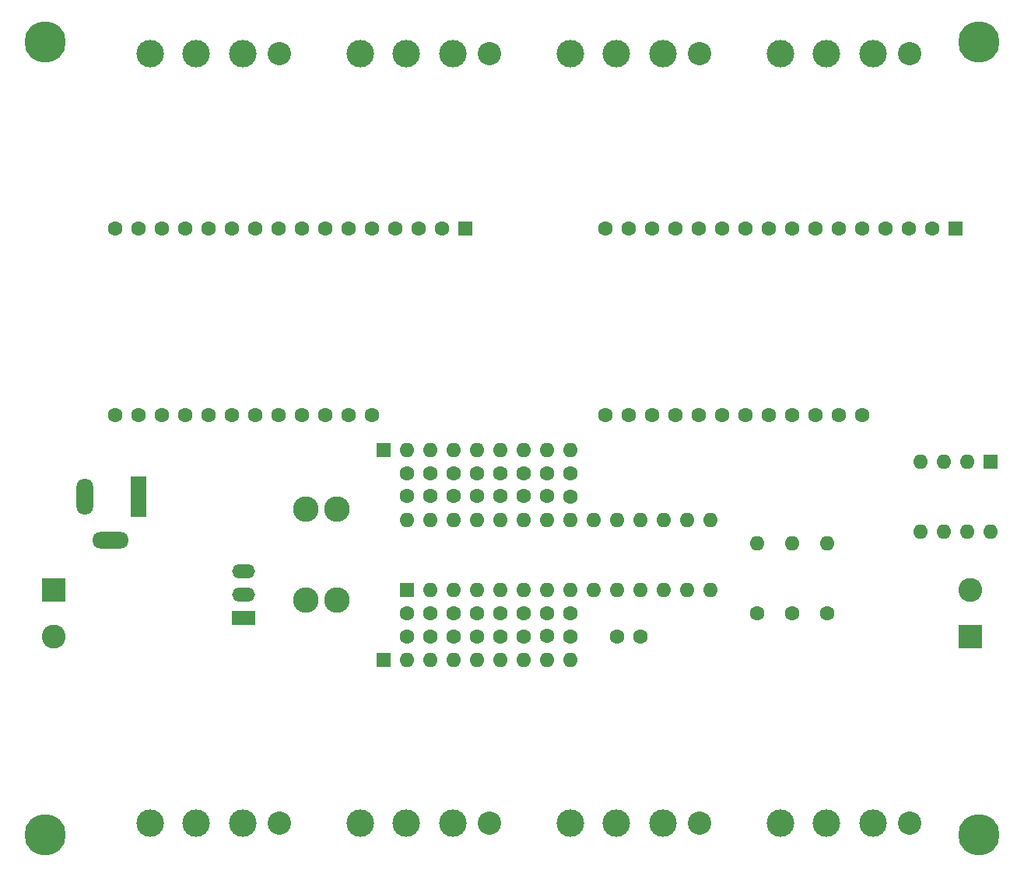
<source format=gbs>
G04 #@! TF.GenerationSoftware,KiCad,Pcbnew,7.0.9*
G04 #@! TF.CreationDate,2023-12-25T12:39:07-05:00*
G04 #@! TF.ProjectId,track_sensor_board,74726163-6b5f-4736-956e-736f725f626f,rev?*
G04 #@! TF.SameCoordinates,Original*
G04 #@! TF.FileFunction,Soldermask,Bot*
G04 #@! TF.FilePolarity,Negative*
%FSLAX46Y46*%
G04 Gerber Fmt 4.6, Leading zero omitted, Abs format (unit mm)*
G04 Created by KiCad (PCBNEW 7.0.9) date 2023-12-25 12:39:07*
%MOMM*%
%LPD*%
G01*
G04 APERTURE LIST*
%ADD10C,2.540000*%
%ADD11C,3.000000*%
%ADD12C,1.600000*%
%ADD13C,2.780000*%
%ADD14C,4.500000*%
%ADD15R,1.600000X1.600000*%
%ADD16O,1.600000X1.600000*%
%ADD17R,2.600000X2.600000*%
%ADD18C,2.600000*%
%ADD19R,2.500000X1.500000*%
%ADD20O,2.500000X1.500000*%
%ADD21R,1.800000X4.400000*%
%ADD22O,1.800000X4.000000*%
%ADD23O,4.000000X1.800000*%
G04 APERTURE END LIST*
D10*
X190598400Y-54610000D03*
D11*
X186588400Y-54610000D03*
X181559200Y-54610000D03*
X176530000Y-54610000D03*
D12*
X143510000Y-115610000D03*
X143510000Y-118110000D03*
X148590000Y-115610000D03*
X148590000Y-118110000D03*
D13*
X128270000Y-104260000D03*
X124870000Y-104260000D03*
X128270000Y-114180000D03*
X124870000Y-114180000D03*
D14*
X96520000Y-139700000D03*
D15*
X135890000Y-113030000D03*
D16*
X138430000Y-113030000D03*
X140970000Y-113030000D03*
X143510000Y-113030000D03*
X146050000Y-113030000D03*
X148590000Y-113030000D03*
X151130000Y-113030000D03*
X153670000Y-113030000D03*
X156210000Y-113030000D03*
X158750000Y-113030000D03*
X161290000Y-113030000D03*
X163830000Y-113030000D03*
X166370000Y-113030000D03*
X168910000Y-113030000D03*
X168910000Y-105410000D03*
X166370000Y-105410000D03*
X163830000Y-105410000D03*
X161290000Y-105410000D03*
X158750000Y-105410000D03*
X156210000Y-105410000D03*
X153670000Y-105410000D03*
X151130000Y-105410000D03*
X148590000Y-105410000D03*
X146050000Y-105410000D03*
X143510000Y-105410000D03*
X140970000Y-105410000D03*
X138430000Y-105410000D03*
X135890000Y-105410000D03*
D17*
X97485000Y-113030000D03*
D18*
X97485000Y-118110000D03*
D10*
X190598400Y-138430000D03*
D11*
X186588400Y-138430000D03*
X181559200Y-138430000D03*
X176530000Y-138430000D03*
D12*
X146050000Y-102830000D03*
X146050000Y-100330000D03*
D14*
X198120000Y-53340000D03*
D12*
X143510000Y-102830000D03*
X143510000Y-100330000D03*
D15*
X195580000Y-73660000D03*
D12*
X193040000Y-73660000D03*
X190500000Y-73660000D03*
X187960000Y-73660000D03*
X185420000Y-73660000D03*
X182880000Y-73660000D03*
X180340000Y-73660000D03*
X177800000Y-73660000D03*
X175260000Y-73660000D03*
X172720000Y-73660000D03*
X170180000Y-73660000D03*
X167640000Y-73660000D03*
X165100000Y-73660000D03*
X162560000Y-73660000D03*
X160020000Y-73660000D03*
X157480000Y-73660000D03*
X157480000Y-93980000D03*
X160020000Y-93980000D03*
X162560000Y-93980000D03*
X165100000Y-93980000D03*
X167640000Y-93980000D03*
X170180000Y-93980000D03*
X172720000Y-93980000D03*
X175260000Y-93980000D03*
X177800000Y-93980000D03*
X180340000Y-93980000D03*
X182880000Y-93980000D03*
X185420000Y-93980000D03*
X146050000Y-115610000D03*
X146050000Y-118110000D03*
X181610000Y-115570000D03*
D16*
X181610000Y-107950000D03*
D10*
X122018400Y-54610000D03*
D11*
X118008400Y-54610000D03*
X112979200Y-54610000D03*
X107950000Y-54610000D03*
D15*
X199380000Y-99102500D03*
D16*
X196840000Y-99102500D03*
X194300000Y-99102500D03*
X191760000Y-99102500D03*
X191760000Y-106722500D03*
X194300000Y-106722500D03*
X196840000Y-106722500D03*
X199380000Y-106722500D03*
D10*
X144878400Y-54610000D03*
D11*
X140868400Y-54610000D03*
X135839200Y-54610000D03*
X130810000Y-54610000D03*
D15*
X133350000Y-97790000D03*
D16*
X135890000Y-97790000D03*
X138430000Y-97790000D03*
X140970000Y-97790000D03*
X143510000Y-97790000D03*
X146050000Y-97790000D03*
X148590000Y-97790000D03*
X151130000Y-97790000D03*
X153670000Y-97790000D03*
D12*
X151130000Y-102830000D03*
X151130000Y-100330000D03*
D10*
X167738400Y-138430000D03*
D11*
X163728400Y-138430000D03*
X158699200Y-138430000D03*
X153670000Y-138430000D03*
D14*
X96520000Y-53340000D03*
D10*
X167738400Y-54610000D03*
D11*
X163728400Y-54610000D03*
X158699200Y-54610000D03*
X153670000Y-54610000D03*
D12*
X140970000Y-115610000D03*
X140970000Y-118110000D03*
X138430000Y-102830000D03*
X138430000Y-100330000D03*
X140970000Y-102830000D03*
X140970000Y-100330000D03*
X153670000Y-102870000D03*
X153670000Y-100370000D03*
D19*
X118110000Y-116133728D03*
D20*
X118110000Y-113593728D03*
X118110000Y-111053728D03*
D14*
X198120000Y-139700000D03*
D17*
X197155000Y-118109999D03*
D18*
X197155000Y-113029999D03*
D21*
X106680000Y-102870000D03*
D22*
X100880000Y-102870000D03*
D23*
X103680000Y-107670000D03*
D12*
X135890000Y-102830000D03*
X135890000Y-100330000D03*
X173990000Y-115570000D03*
D16*
X173990000Y-107950000D03*
D12*
X135890000Y-115610000D03*
X135890000Y-118110000D03*
D15*
X133350000Y-120650000D03*
D16*
X135890000Y-120650000D03*
X138430000Y-120650000D03*
X140970000Y-120650000D03*
X143510000Y-120650000D03*
X146050000Y-120650000D03*
X148590000Y-120650000D03*
X151130000Y-120650000D03*
X153670000Y-120650000D03*
D10*
X144878400Y-138430000D03*
D11*
X140868400Y-138430000D03*
X135839200Y-138430000D03*
X130810000Y-138430000D03*
D12*
X151130000Y-115570000D03*
X151130000Y-118070000D03*
D10*
X122018400Y-138430000D03*
D11*
X118008400Y-138430000D03*
X112979200Y-138430000D03*
X107950000Y-138430000D03*
D15*
X142240000Y-73660000D03*
D12*
X139700000Y-73660000D03*
X137160000Y-73660000D03*
X134620000Y-73660000D03*
X132080000Y-73660000D03*
X129540000Y-73660000D03*
X127000000Y-73660000D03*
X124460000Y-73660000D03*
X121920000Y-73660000D03*
X119380000Y-73660000D03*
X116840000Y-73660000D03*
X114300000Y-73660000D03*
X111760000Y-73660000D03*
X109220000Y-73660000D03*
X106680000Y-73660000D03*
X104140000Y-73660000D03*
X104140000Y-93980000D03*
X106680000Y-93980000D03*
X109220000Y-93980000D03*
X111760000Y-93980000D03*
X114300000Y-93980000D03*
X116840000Y-93980000D03*
X119380000Y-93980000D03*
X121920000Y-93980000D03*
X124460000Y-93980000D03*
X127000000Y-93980000D03*
X129540000Y-93980000D03*
X132080000Y-93980000D03*
X153670000Y-115610000D03*
X153670000Y-118110000D03*
X138430000Y-115610000D03*
X138430000Y-118110000D03*
X158790000Y-118110000D03*
X161290000Y-118110000D03*
X148590000Y-102830000D03*
X148590000Y-100330000D03*
X177800000Y-115570000D03*
D16*
X177800000Y-107950000D03*
M02*

</source>
